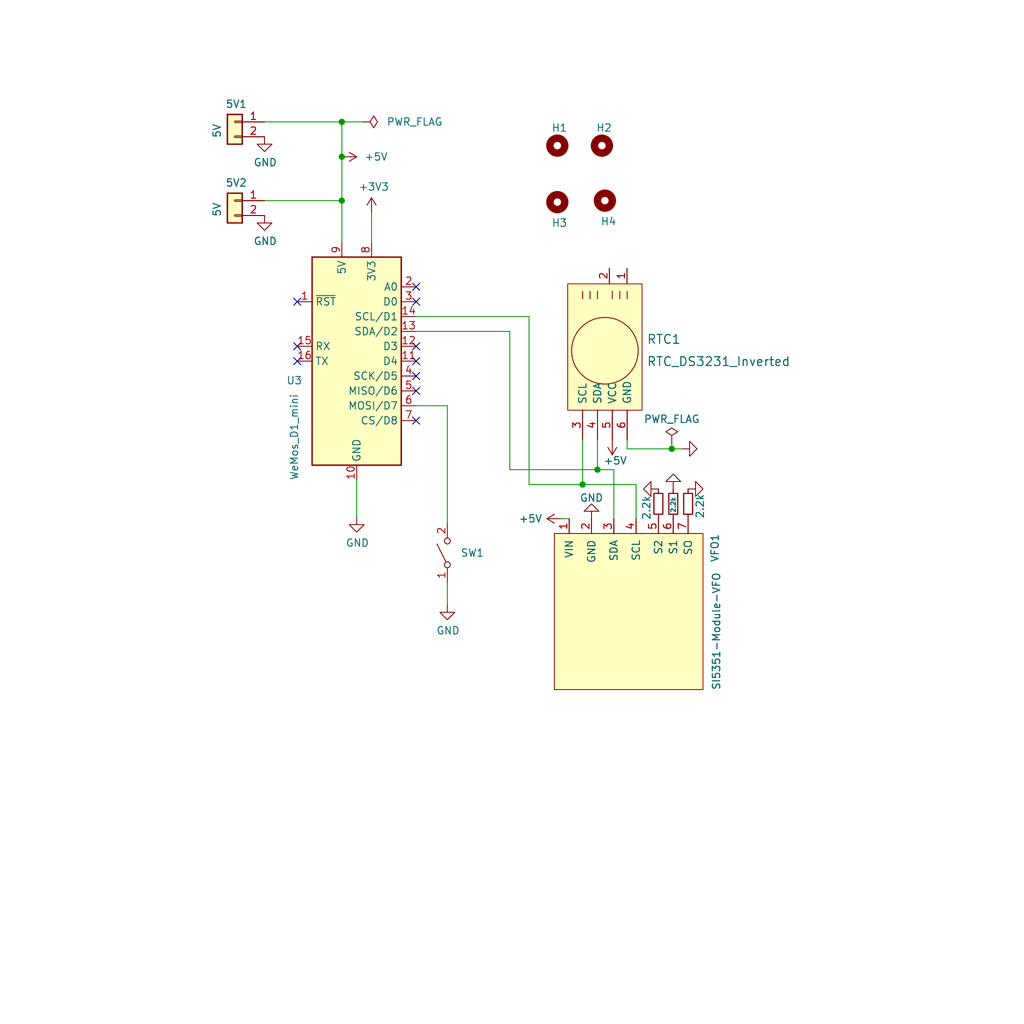
<source format=kicad_sch>
(kicad_sch (version 20211123) (generator eeschema)
  (paper "User" 175.006 175.006)
  (title_block (title "Easy-Digital-Beacons") (date "2022-11-20") (rev "V0.03") (company "Dhiru Kholia (VU3CER)"))
  (lib_symbols
    (symbol "Connector_Generic:Conn_01x02" (pin_names (offset 1.016) hide)
      (property "Reference" "J" (at 0 2.54 0))
      (property "Value" "Conn_01x02" (at 0 -5.08 0))
      (symbol "Conn_01x02_1_1"
        (rectangle (start -1.27 -2.413) (end 0 -2.667) (stroke (width 0.1524)))
        (rectangle (start -1.27 0.127) (end 0 -0.127) (stroke (width 0.1524)))
        (rectangle (start -1.27 1.27) (end 1.27 -3.81) (stroke (width 0.254)) (fill (type background)))
        (pin passive line (at -5.08 0 0) (length 3.81) (name "Pin_1") (number "1"))
        (pin passive line (at -5.08 -2.54 0) (length 3.81) (name "Pin_2") (number "2"))
      )
    )
    (symbol "Control-Board-rescue:SI5351Module_2-VFO-SDR_SSB-rescue-Hack-v1-rescue" (pin_names (offset 1.016))
      (property "Reference" "U" (at 0 0 0))
      (property "Value" "SI5351Module_2-VFO-SDR_SSB-rescue-Hack-v1-rescue" (at 0 0 0))
      (symbol "SI5351Module_2-VFO-SDR_SSB-rescue-Hack-v1-rescue_0_1"
        (rectangle (start -12.7 12.7) (end 13.97 -12.7) (fill (type background)))
      )
      (symbol "SI5351Module_2-VFO-SDR_SSB-rescue-Hack-v1-rescue_1_1"
        (pin input line (at -15.24 -10.16 0) (length 2.54) (name "VIN") (number "1"))
        (pin input line (at -15.24 -6.35 0) (length 2.54) (name "GND") (number "2"))
        (pin input line (at -15.24 -2.54 0) (length 2.54) (name "SDA") (number "3"))
        (pin input line (at -15.24 1.27 0) (length 2.54) (name "SCL") (number "4"))
        (pin output line (at -15.24 5.08 0) (length 2.54) (name "S2") (number "5"))
        (pin output line (at -15.24 7.62 0) (length 2.54) (name "S1") (number "6"))
        (pin output line (at -15.24 10.16 0) (length 2.54) (name "SO") (number "7"))
      )
    )
    (symbol "Device:R_Small" (pin_numbers hide) (pin_names (offset 0.254) hide)
      (property "Reference" "R" (at 0.762 0.508 0))
      (property "Value" "R_Small" (at 0.762 -1.016 0))
      (symbol "R_Small_0_1"
        (rectangle (start -0.762 1.778) (end 0.762 -1.778) (stroke (width 0.2032)))
      )
      (symbol "R_Small_1_1"
        (pin passive line (at 0 2.54 270) (length 0.762) (name "~") (number "1"))
        (pin passive line (at 0 -2.54 90) (length 0.762) (name "~") (number "2"))
      )
    )
    (symbol "MCU_Module:WeMos_D1_mini"
      (property "Reference" "U" (at 3.81 19.05 0))
      (property "Value" "WeMos_D1_mini" (at 1.27 -19.05 0))
      (symbol "WeMos_D1_mini_1_1"
        (rectangle (start -7.62 17.78) (end 7.62 -17.78) (stroke (width 0.254)) (fill (type background)))
        (pin input line (at -10.16 10.16 0) (length 2.54) (name "~{RST}") (number "1"))
        (pin power_in line (at 0 -20.32 90) (length 2.54) (name "GND") (number "10"))
        (pin bidirectional line (at 10.16 0 180) (length 2.54) (name "D4") (number "11"))
        (pin bidirectional line (at 10.16 2.54 180) (length 2.54) (name "D3") (number "12"))
        (pin bidirectional line (at 10.16 5.08 180) (length 2.54) (name "SDA/D2") (number "13"))
        (pin bidirectional line (at 10.16 7.62 180) (length 2.54) (name "SCL/D1") (number "14"))
        (pin input line (at -10.16 2.54 0) (length 2.54) (name "RX") (number "15"))
        (pin output line (at -10.16 0 0) (length 2.54) (name "TX") (number "16"))
        (pin input line (at 10.16 12.7 180) (length 2.54) (name "A0") (number "2"))
        (pin bidirectional line (at 10.16 10.16 180) (length 2.54) (name "D0") (number "3"))
        (pin bidirectional line (at 10.16 -2.54 180) (length 2.54) (name "SCK/D5") (number "4"))
        (pin bidirectional line (at 10.16 -5.08 180) (length 2.54) (name "MISO/D6") (number "5"))
        (pin bidirectional line (at 10.16 -7.62 180) (length 2.54) (name "MOSI/D7") (number "6"))
        (pin bidirectional line (at 10.16 -10.16 180) (length 2.54) (name "CS/D8") (number "7"))
        (pin power_out line (at 2.54 20.32 270) (length 2.54) (name "3V3") (number "8"))
        (pin power_in line (at -2.54 20.32 270) (length 2.54) (name "5V") (number "9"))
      )
    )
    (symbol "Mechanical:MountingHole" (pin_names (offset 1.016))
      (property "Reference" "H" (at 0 5.08 0))
      (property "Value" "MountingHole" (at 0 3.175 0))
      (symbol "MountingHole_0_1"
        (circle (center 0 0) (radius 1.27) (stroke (width 1.27)))
      )
    )
    (symbol "Switch:SW_SPST" (pin_names (offset 0) hide)
      (property "Reference" "SW" (at 0 3.175 0))
      (property "Value" "SW_SPST" (at 0 -2.54 0))
      (symbol "SW_SPST_0_0"
        (circle (center -2.032 0) (radius 0.508))
        (polyline (pts (xy -1.524 0.254) (xy 1.524 1.778)))
        (circle (center 2.032 0) (radius 0.508))
      )
      (symbol "SW_SPST_1_1"
        (pin passive line (at -5.08 0 0) (length 2.54) (name "A") (number "1"))
        (pin passive line (at 5.08 0 180) (length 2.54) (name "B") (number "2"))
      )
    )
    (symbol "power:+3.3V" (power) (pin_names (offset 0))
      (property "Value" "+3.3V" (at 0 3.556 0))
      (symbol "+3.3V_0_1"
        (polyline (pts (xy -0.762 1.27) (xy 0 2.54)))
        (polyline (pts (xy 0 0) (xy 0 2.54)))
        (polyline (pts (xy 0 2.54) (xy 0.762 1.27)))
      )
      (symbol "+3.3V_1_1"
        (pin power_in line (at 0 0 90) (length 0) hide (name "+3V3") (number "1"))
      )
    )
    (symbol "power:+5V" (power) (pin_names (offset 0))
      (property "Value" "+5V" (at 0 3.556 0))
      (symbol "+5V_0_1"
        (polyline (pts (xy -0.762 1.27) (xy 0 2.54)))
        (polyline (pts (xy 0 0) (xy 0 2.54)))
        (polyline (pts (xy 0 2.54) (xy 0.762 1.27)))
      )
      (symbol "+5V_1_1"
        (pin power_in line (at 0 0 90) (length 0) hide (name "+5V") (number "1"))
      )
    )
    (symbol "power:GND" (power) (pin_names (offset 0))
      (property "Value" "GND" (at 0 -3.81 0))
      (symbol "GND_0_1"
        (polyline (pts (xy 0 0) (xy 0 -1.27) (xy 1.27 -1.27) (xy 0 -2.54) (xy -1.27 -1.27) (xy 0 -1.27)))
      )
      (symbol "GND_1_1"
        (pin power_in line (at 0 0 270) (length 0) hide (name "GND") (number "1"))
      )
    )
    (symbol "power:PWR_FLAG" (power) (pin_numbers hide) (pin_names (offset 0) hide)
      (property "Value" "PWR_FLAG" (at 0 3.81 0))
      (symbol "PWR_FLAG_0_0"
        (pin power_out line (at 0 0 90) (length 0) (name "pwr") (number "1"))
      )
      (symbol "PWR_FLAG_0_1"
        (polyline (pts (xy 0 0) (xy 0 1.27) (xy -1.016 1.905) (xy 0 2.54) (xy 1.016 1.905) (xy 0 1.27)))
      )
    )
    (symbol "rtc_ds3231_inverted:RTC_DS3231_Inverted" (pin_names (offset 1.016))
      (property "Reference" "RTC1" (at -6.6548 -2.0828 0))
      (property "Value" "RTC_DS3231" (at 9.1694 -5.6134 0))
      (symbol "RTC_DS3231_Inverted_0_1"
        (rectangle (start -11.43 7.62) (end 10.16 -5.08) (fill (type background)))
        (polyline (pts (xy -10.16 -2.54) (xy -8.89 -2.54)))
        (polyline (pts (xy -10.16 -1.27) (xy -8.89 -1.27)))
        (polyline (pts (xy -10.16 0) (xy -8.89 0)))
        (polyline (pts (xy -10.16 2.54) (xy -8.89 2.54)))
        (polyline (pts (xy -10.16 3.81) (xy -8.89 3.81)))
        (polyline (pts (xy -10.16 5.08) (xy -8.89 5.08)))
        (circle (center 0 1.27) (radius 5.6896))
      )
      (symbol "RTC_DS3231_Inverted_1_1"
        (pin free line (at -14.097 5.0546 0) (length 2.54) (name "") (number "1"))
        (pin free line (at -14.097 2.032 0) (length 2.54) (name "") (number "2"))
        (pin input line (at 15.24 -2.54 180) (length 5.08) (name "SCL") (number "3"))
        (pin bidirectional line (at 15.24 0 180) (length 5.08) (name "SDA") (number "4"))
        (pin power_in line (at 15.24 2.54 180) (length 5.08) (name "VCC") (number "5"))
        (pin power_in line (at 15.24 5.08 180) (length 5.08) (name "GND") (number "6"))
      )
    )
  )
  (junction (at 58.42 26.797))
  (junction (at 114.808 76.708))
  (junction (at 102.108 80.264))
  (junction (at 58.42 20.828))
  (junction (at 58.42 34.29))
  (junction (at 99.568 82.804))
  (no_connect (at 71.12 64.262))
  (no_connect (at 50.8 61.722))
  (no_connect (at 71.12 71.882))
  (no_connect (at 71.12 51.562))
  (no_connect (at 71.12 49.022))
  (no_connect (at 71.12 61.722))
  (no_connect (at 50.8 59.182))
  (no_connect (at 71.12 59.182))
  (no_connect (at 71.12 66.802))
  (no_connect (at 50.8 51.562))
  (wire (pts (xy 87.122 80.264) (xy 102.108 80.264)))
  (wire (pts (xy 58.42 26.797) (xy 58.42 34.29)))
  (wire (pts (xy 87.122 56.642) (xy 87.122 80.264)))
  (wire (pts (xy 71.12 69.342) (xy 76.454 69.342)))
  (wire (pts (xy 71.12 56.642) (xy 87.122 56.642)))
  (wire (pts (xy 102.108 75.184) (xy 102.108 80.264)))
  (wire (pts (xy 99.568 82.804) (xy 108.712 82.804)))
  (wire (pts (xy 45.212 34.29) (xy 58.42 34.29)))
  (wire (pts (xy 45.212 20.828) (xy 58.42 20.828)))
  (wire (pts (xy 107.188 75.184) (xy 107.188 76.708)))
  (wire (pts (xy 76.454 69.342) (xy 76.454 89.408)))
  (wire (pts (xy 114.808 75.692) (xy 114.808 76.708)))
  (wire (pts (xy 96.012 88.646) (xy 97.282 88.646)))
  (wire (pts (xy 108.712 82.804) (xy 108.712 88.646)))
  (wire (pts (xy 76.454 103.378) (xy 76.454 99.568)))
  (wire (pts (xy 60.96 88.392) (xy 60.96 82.042)))
  (wire (pts (xy 116.586 76.708) (xy 114.808 76.708)))
  (wire (pts (xy 90.424 82.804) (xy 99.568 82.804)))
  (wire (pts (xy 58.42 20.828) (xy 58.42 26.797)))
  (wire (pts (xy 71.12 54.102) (xy 90.424 54.102)))
  (wire (pts (xy 99.568 75.184) (xy 99.568 82.804)))
  (wire (pts (xy 90.424 54.102) (xy 90.424 82.804)))
  (wire (pts (xy 114.808 76.708) (xy 107.188 76.708)))
  (wire (pts (xy 58.42 20.828) (xy 61.976 20.828)))
  (wire (pts (xy 63.5 36.322) (xy 63.5 41.402)))
  (wire (pts (xy 58.42 41.402) (xy 58.42 34.29)))
  (wire (pts (xy 104.902 88.646) (xy 104.902 80.264)))
  (wire (pts (xy 102.108 80.264) (xy 104.902 80.264)))
  (symbol (lib_id "Control-Board-rescue:SI5351Module_2-VFO-SDR_SSB-rescue-Hack-v1-rescue") (at 107.442 103.886 270) (unit 1)
    (property "Reference" "VFO1" (at 122.174 91.186 0) (effects (justify left)))
    (property "Value" "SI5351-Module-VFO" (at 122.428 97.79 0) (effects (justify left)))
    (property "Footprint" "Connector_PinSocket_2.54mm:PinSocket_1x07_P2.54mm_Vertical" (effects hide))
  )
  (symbol (lib_id "power:GND") (at 101.092 88.646 180) (unit 1)
    (property "Reference" "#PWR0108" (effects hide))
    (property "Value" "GND" (at 101.092 85.09 0))
  )
  (symbol (lib_id "MCU_Module:WeMos_D1_mini") (at 60.96 61.722 0) (unit 1)
    (property "Reference" "U3" (at 50.292 65.024 0))
    (property "Value" "WeMos_D1_mini" (at 50.292 74.676 90))
    (property "Footprint" "Module:WEMOS_D1_mini_light" (effects hide))
    (property "Datasheet" "https://wiki.wemos.cc/products:d1:d1_mini#documentation" (effects hide))
  )
  (symbol (lib_id "Switch:SW_SPST") (at 76.454 94.488 90) (unit 1)
    (property "Reference" "SW1" (at 78.6892 94.488 90) (effects (justify right)))
    (property "Value" "SW_SPST" (effects hide))
    (property "Footprint" "Connector_PinHeader_2.54mm:PinHeader_1x02_P2.54mm_Vertical" (effects hide))
  )
  (symbol (lib_id "Connector_Generic:Conn_01x02") (at 40.132 34.29 0) (mirror y) (unit 1)
    (property "Reference" "5V2" (at 40.386 31.242 0))
    (property "Value" "5V" (at 37.084 35.814 90))
    (property "Footprint" "Connector_PinHeader_2.54mm:PinHeader_1x02_P2.54mm_Vertical" (effects hide))
  )
  (symbol (lib_id "power:GND") (at 76.454 103.378 0) (unit 1)
    (property "Reference" "#PWR0105" (effects hide))
    (property "Value" "GND" (at 76.581 107.7722 0))
  )
  (symbol (lib_id "power:+3.3V") (at 63.5 36.322 0) (unit 1)
    (property "Reference" "#PWR0106" (effects hide))
    (property "Value" "+3.3V" (at 63.881 31.9278 0))
  )
  (symbol (lib_id "power:GND") (at 45.212 36.83 0) (unit 1)
    (property "Reference" "#PWR0102" (effects hide))
    (property "Value" "GND" (at 45.339 41.2242 0))
  )
  (symbol (lib_id "Connector_Generic:Conn_01x02") (at 40.132 20.828 0) (mirror y) (unit 1)
    (property "Reference" "5V1" (at 40.386 17.78 0))
    (property "Value" "5V" (at 37.084 22.352 90))
    (property "Footprint" "Connector_PinHeader_2.54mm:PinHeader_1x02_P2.54mm_Vertical" (effects hide))
  )
  (symbol (lib_id "power:GND") (at 45.212 23.368 0) (unit 1)
    (property "Reference" "#PWR0110" (effects hide))
    (property "Value" "GND" (at 45.339 27.7622 0))
  )
  (symbol (lib_id "power:GND") (at 60.96 88.392 0) (unit 1)
    (property "Reference" "#PWR0111" (effects hide))
    (property "Value" "GND" (at 61.087 92.7862 0))
  )
  (symbol (lib_id "power:GND") (at 116.586 76.708 90) (unit 1)
    (property "Reference" "#PWR0104" (effects hide))
    (property "Value" "GND" (effects hide))
  )
  (symbol (lib_id "power:+5V") (at 96.012 88.646 90) (unit 1)
    (property "Reference" "#PWR?" (effects hide))
    (property "Value" "+5V" (at 92.71 88.6459 90) (effects (justify left)))
  )
  (symbol (lib_id "Mechanical:MountingHole") (at 95.25 24.892 0) (unit 1)
    (property "Reference" "H1" (at 94.234 21.844 0) (effects (justify left)))
    (property "Value" "MountingHole" (effects hide))
    (property "Footprint" "MountingHole:MountingHole_2.2mm_M2" (effects hide))
  )
  (symbol (lib_id "Device:R_Small") (at 117.602 86.106 0) (unit 1)
    (property "Reference" "R3" (effects hide))
    (property "Value" "2.2k" (at 119.634 88.646 90) (effects (justify left)))
    (property "Footprint" "Resistor_SMD:R_1206_3216Metric_Pad1.30x1.75mm_HandSolder" (effects hide))
  )
  (symbol (lib_id "power:PWR_FLAG") (at 61.976 20.828 270) (unit 1)
    (property "Reference" "#FLG0101" (effects hide))
    (property "Value" "PWR_FLAG" (at 66.04 20.8279 90) (effects (justify left)))
  )
  (symbol (lib_id "power:PWR_FLAG") (at 114.808 75.692 0) (unit 1)
    (property "Reference" "#FLG0102" (effects hide))
    (property "Value" "PWR_FLAG" (at 114.808 71.628 0))
  )
  (symbol (lib_id "Device:R_Small") (at 112.522 86.106 0) (unit 1)
    (property "Reference" "R1" (effects hide))
    (property "Value" "2.2k" (at 110.49 88.9 90) (effects (justify left)))
    (property "Footprint" "Resistor_SMD:R_1206_3216Metric_Pad1.30x1.75mm_HandSolder" (effects hide))
  )
  (symbol (lib_id "Mechanical:MountingHole") (at 103.378 34.29 0) (unit 1)
    (property "Reference" "H4" (at 102.616 37.846 0) (effects (justify left)))
    (property "Value" "MountingHole" (effects hide))
    (property "Footprint" "MountingHole:MountingHole_2.2mm_M2" (effects hide))
  )
  (symbol (lib_id "Device:R_Small") (at 115.062 86.106 0) (unit 1)
    (property "Reference" "R2" (effects hide))
    (property "Value" "2.2k" (at 115.062 87.63 90) (effects (font (size 0.8 0.8)) (justify left)))
    (property "Footprint" "Resistor_SMD:R_1206_3216Metric_Pad1.30x1.75mm_HandSolder" (effects hide))
  )
  (symbol (lib_id "power:GND") (at 115.062 83.566 180) (unit 1)
    (property "Reference" "#PWR02" (effects hide))
    (property "Value" "GND" (effects hide))
  )
  (symbol (lib_id "power:GND") (at 112.522 83.566 270) (unit 1)
    (property "Reference" "#PWR01" (effects hide))
    (property "Value" "GND" (effects hide))
  )
  (symbol (lib_id "power:+5V") (at 104.648 75.184 180) (unit 1)
    (property "Reference" "#PWR?" (effects hide))
    (property "Value" "+5V" (at 105.156 78.74 0))
  )
  (symbol (lib_id "power:GND") (at 117.602 83.566 90) (unit 1)
    (property "Reference" "#PWR03" (effects hide))
    (property "Value" "GND" (effects hide))
  )
  (symbol (lib_id "rtc_ds3231_inverted:RTC_DS3231_Inverted") (at 102.108 59.944 270) (unit 1)
    (property "Reference" "RTC1" (at 110.49 57.9755 90) (effects (font (size 1.524 1.524)) (justify left)))
    (property "Value" "RTC_DS3231_Inverted" (at 110.49 61.7855 90) (effects (font (size 1.524 1.524)) (justify left)))
    (property "Footprint" "Connector_PinSocket_2.54mm:PinSocket_1x06_P2.54mm_Horizontal" (effects hide))
  )
  (symbol (lib_id "Mechanical:MountingHole") (at 102.87 24.892 0) (unit 1)
    (property "Reference" "H2" (at 101.854 21.844 0) (effects (justify left)))
    (property "Value" "MountingHole" (effects hide))
    (property "Footprint" "MountingHole:MountingHole_2.2mm_M2" (effects hide))
  )
  (symbol (lib_id "Mechanical:MountingHole") (at 95.25 34.544 0) (unit 1)
    (property "Reference" "H3" (at 94.234 38.1 0) (effects (justify left)))
    (property "Value" "MountingHole" (effects hide))
    (property "Footprint" "MountingHole:MountingHole_2.2mm_M2" (effects hide))
  )
  (symbol (lib_id "power:+5V") (at 58.42 26.797 270) (unit 1)
    (property "Reference" "#PWR0107" (effects hide))
    (property "Value" "+5V" (at 62.23 26.7969 90) (effects (justify left)))
  )
)
</source>
